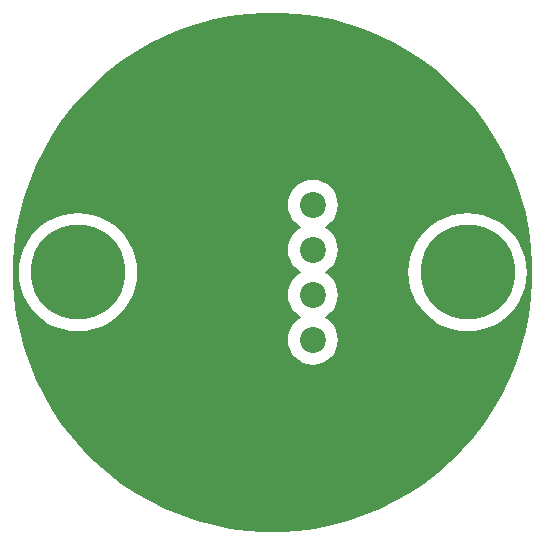
<source format=gtl>
G04*
G04 #@! TF.GenerationSoftware,Altium Limited,Altium Designer,20.1.8 (145)*
G04*
G04 Layer_Physical_Order=1*
G04 Layer_Color=255*
%FSTAX43Y43*%
%MOMM*%
G71*
G04*
G04 #@! TF.SameCoordinates,88960992-D08D-4769-B98E-263BF66CF6E9*
G04*
G04*
G04 #@! TF.FilePolarity,Positive*
G04*
G01*
G75*
%ADD13C,2.200*%
%ADD14C,8.000*%
G36*
X0097157Y0096897D02*
X0098584Y0096709D01*
X0099996Y0096428D01*
X0101387Y0096055D01*
X010275Y0095593D01*
X0104081Y0095042D01*
X0105372Y0094405D01*
X0106619Y0093685D01*
X0107816Y0092885D01*
X0108958Y0092008D01*
X0110041Y0091059D01*
X0111059Y0090041D01*
X0112008Y0088958D01*
X0112885Y0087816D01*
X0113685Y0086619D01*
X0114405Y0085372D01*
X0115042Y0084081D01*
X0115593Y008275D01*
X0116055Y0081387D01*
X0116428Y0079996D01*
X0116709Y0078584D01*
X0116897Y0077157D01*
X0116991Y007572D01*
Y0075D01*
Y007428D01*
X0116897Y0072843D01*
X0116709Y0071416D01*
X0116428Y0070004D01*
X0116055Y0068613D01*
X0115593Y0067249D01*
X0115042Y0065919D01*
X0114405Y0064628D01*
X0113685Y0063381D01*
X0112885Y0062184D01*
X0112008Y0061042D01*
X0111059Y0059959D01*
X0110041Y0058941D01*
X0108958Y0057992D01*
X0107816Y0057115D01*
X0106619Y0056315D01*
X0105372Y0055595D01*
X0104081Y0054958D01*
X010275Y0054407D01*
X0101387Y0053945D01*
X0099996Y0053572D01*
X0098584Y0053291D01*
X0097157Y0053103D01*
X009572Y0053009D01*
X009428D01*
X0092843Y0053103D01*
X0091416Y0053291D01*
X0090004Y0053572D01*
X0088613Y0053945D01*
X008725Y0054407D01*
X0085919Y0054958D01*
X0084628Y0055595D01*
X0083381Y0056315D01*
X0082184Y0057115D01*
X0081042Y0057992D01*
X0079959Y0058941D01*
X0078941Y0059959D01*
X0077992Y0061042D01*
X0077115Y0062184D01*
X0076315Y0063381D01*
X0075595Y0064628D01*
X0074958Y0065919D01*
X0074407Y0067249D01*
X0073945Y0068613D01*
X0073572Y0070004D01*
X0073291Y0071416D01*
X0073103Y0072843D01*
X0073009Y007428D01*
Y0075D01*
Y007572D01*
X0073103Y0077157D01*
X0073291Y0078584D01*
X0073572Y0079996D01*
X0073945Y0081387D01*
X0074407Y008275D01*
X0074958Y0084081D01*
X0075595Y0085372D01*
X0076315Y0086619D01*
X0077115Y0087816D01*
X0077992Y0088958D01*
X0078941Y0090041D01*
X0079959Y0091059D01*
X0081042Y0092008D01*
X0082184Y0092885D01*
X0083381Y0093685D01*
X0084628Y0094405D01*
X0085919Y0095042D01*
X008725Y0095593D01*
X0088613Y0096055D01*
X0090004Y0096428D01*
X0091416Y0096709D01*
X0092843Y0096897D01*
X009428Y0096991D01*
X009572D01*
X0097157Y0096897D01*
D02*
G37*
%LPC*%
G36*
X01115Y0080011D02*
X0110846Y0079968D01*
X0110203Y007984D01*
X0109582Y0079629D01*
X0108995Y0079339D01*
X010845Y0078975D01*
X0107957Y0078543D01*
X0107525Y007805D01*
X0107161Y0077505D01*
X0106871Y0076918D01*
X010666Y0076297D01*
X0106532Y0075654D01*
X0106489Y0075D01*
X0106532Y0074346D01*
X010666Y0073703D01*
X0106871Y0073082D01*
X0107161Y0072495D01*
X0107525Y007195D01*
X0107957Y0071457D01*
X010845Y0071025D01*
X0108995Y0070661D01*
X0109582Y0070371D01*
X0110203Y007016D01*
X0110846Y0070032D01*
X01115Y0069989D01*
X0112154Y0070032D01*
X0112797Y007016D01*
X0113418Y0070371D01*
X0114005Y0070661D01*
X011455Y0071025D01*
X0115043Y0071457D01*
X0115475Y007195D01*
X0115839Y0072495D01*
X0116129Y0073082D01*
X011634Y0073703D01*
X0116468Y0074346D01*
X0116511Y0075D01*
X0116468Y0075654D01*
X011634Y0076297D01*
X0116129Y0076918D01*
X0115839Y0077505D01*
X0115475Y007805D01*
X0115043Y0078543D01*
X011455Y0078975D01*
X0114005Y0079339D01*
X0113418Y0079629D01*
X0112797Y007984D01*
X0112154Y0079968D01*
X01115Y0080011D01*
D02*
G37*
G36*
X00785D02*
X0077846Y0079968D01*
X0077203Y007984D01*
X0076582Y0079629D01*
X0075995Y0079339D01*
X007545Y0078975D01*
X0074957Y0078543D01*
X0074525Y007805D01*
X0074161Y0077505D01*
X0073871Y0076918D01*
X007366Y0076297D01*
X0073532Y0075654D01*
X0073489Y0075D01*
X0073532Y0074346D01*
X007366Y0073703D01*
X0073871Y0073082D01*
X0074161Y0072495D01*
X0074525Y007195D01*
X0074957Y0071457D01*
X007545Y0071025D01*
X0075995Y0070661D01*
X0076582Y0070371D01*
X0077203Y007016D01*
X0077846Y0070032D01*
X00785Y0069989D01*
X0079154Y0070032D01*
X0079797Y007016D01*
X0080418Y0070371D01*
X0081005Y0070661D01*
X008155Y0071025D01*
X0082043Y0071457D01*
X0082475Y007195D01*
X0082839Y0072495D01*
X0083129Y0073082D01*
X008334Y0073703D01*
X0083468Y0074346D01*
X0083511Y0075D01*
X0083468Y0075654D01*
X008334Y0076297D01*
X0083129Y0076918D01*
X0082839Y0077505D01*
X0082475Y007805D01*
X0082043Y0078543D01*
X008155Y0078975D01*
X0081005Y0079339D01*
X0080418Y0079629D01*
X0079797Y007984D01*
X0079154Y0079968D01*
X00785Y0080011D01*
D02*
G37*
G36*
X00984Y0082825D02*
X0097988Y0082785D01*
X0097592Y0082665D01*
X0097228Y008247D01*
X0096908Y0082207D01*
X0096645Y0081887D01*
X009645Y0081523D01*
X009633Y0081127D01*
X009629Y0080715D01*
X009633Y0080303D01*
X009645Y0079907D01*
X0096645Y0079543D01*
X0096908Y0079223D01*
X0097228Y007896D01*
X009739Y0078873D01*
Y0078746D01*
X0097228Y007866D01*
X0096908Y0078397D01*
X0096645Y0078077D01*
X009645Y0077713D01*
X009633Y0077317D01*
X009629Y0076905D01*
X009633Y0076493D01*
X009645Y0076097D01*
X0096645Y0075733D01*
X0096908Y0075413D01*
X0097228Y007515D01*
X009739Y0075063D01*
Y0074937D01*
X0097228Y007485D01*
X0096908Y0074587D01*
X0096645Y0074267D01*
X009645Y0073903D01*
X009633Y0073507D01*
X009629Y0073095D01*
X009633Y0072683D01*
X009645Y0072287D01*
X0096645Y0071923D01*
X0096908Y0071603D01*
X0097228Y007134D01*
X009739Y0071254D01*
Y0071127D01*
X0097228Y007104D01*
X0096908Y0070777D01*
X0096645Y0070457D01*
X009645Y0070093D01*
X009633Y0069697D01*
X009629Y0069285D01*
X009633Y0068873D01*
X009645Y0068477D01*
X0096645Y0068113D01*
X0096908Y0067793D01*
X0097228Y006753D01*
X0097592Y0067335D01*
X0097988Y0067215D01*
X00984Y0067175D01*
X0098812Y0067215D01*
X0099208Y0067335D01*
X0099572Y006753D01*
X0099892Y0067793D01*
X0100155Y0068113D01*
X010035Y0068477D01*
X010047Y0068873D01*
X010051Y0069285D01*
X010047Y0069697D01*
X010035Y0070093D01*
X0100155Y0070457D01*
X0099892Y0070777D01*
X0099572Y007104D01*
X009941Y0071127D01*
Y0071254D01*
X0099572Y007134D01*
X0099892Y0071603D01*
X0100155Y0071923D01*
X010035Y0072287D01*
X010047Y0072683D01*
X010051Y0073095D01*
X010047Y0073507D01*
X010035Y0073903D01*
X0100155Y0074267D01*
X0099892Y0074587D01*
X0099572Y007485D01*
X009941Y0074937D01*
Y0075063D01*
X0099572Y007515D01*
X0099892Y0075413D01*
X0100155Y0075733D01*
X010035Y0076097D01*
X010047Y0076493D01*
X010051Y0076905D01*
X010047Y0077317D01*
X010035Y0077713D01*
X0100155Y0078077D01*
X0099892Y0078397D01*
X0099572Y007866D01*
X009941Y0078746D01*
Y0078873D01*
X0099572Y007896D01*
X0099892Y0079223D01*
X0100155Y0079543D01*
X010035Y0079907D01*
X010047Y0080303D01*
X010051Y0080715D01*
X010047Y0081127D01*
X010035Y0081523D01*
X0100155Y0081887D01*
X0099892Y0082207D01*
X0099572Y008247D01*
X0099208Y0082665D01*
X0098812Y0082785D01*
X00984Y0082825D01*
D02*
G37*
%LPD*%
D13*
Y0080715D02*
D03*
Y0076905D02*
D03*
Y0073095D02*
D03*
Y0069285D02*
D03*
D14*
X01115Y0075D02*
D03*
X00785D02*
D03*
M02*

</source>
